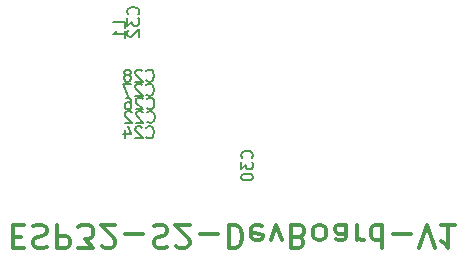
<source format=gbr>
%TF.GenerationSoftware,KiCad,Pcbnew,(5.1.6)-1*%
%TF.CreationDate,2022-06-17T10:55:32-05:00*%
%TF.ProjectId,ESP32-S2_Dev,45535033-322d-4533-925f-4465762e6b69,01*%
%TF.SameCoordinates,Original*%
%TF.FileFunction,Legend,Bot*%
%TF.FilePolarity,Positive*%
%FSLAX46Y46*%
G04 Gerber Fmt 4.6, Leading zero omitted, Abs format (unit mm)*
G04 Created by KiCad (PCBNEW (5.1.6)-1) date 2022-06-17 10:55:32*
%MOMM*%
%LPD*%
G01*
G04 APERTURE LIST*
%ADD10C,0.300000*%
%ADD11C,0.150000*%
G04 APERTURE END LIST*
D10*
X100713333Y-115712857D02*
X101380000Y-115712857D01*
X101665714Y-114665238D02*
X100713333Y-114665238D01*
X100713333Y-116665238D01*
X101665714Y-116665238D01*
X102427619Y-114760476D02*
X102713333Y-114665238D01*
X103189523Y-114665238D01*
X103380000Y-114760476D01*
X103475238Y-114855714D01*
X103570476Y-115046190D01*
X103570476Y-115236666D01*
X103475238Y-115427142D01*
X103380000Y-115522380D01*
X103189523Y-115617619D01*
X102808571Y-115712857D01*
X102618095Y-115808095D01*
X102522857Y-115903333D01*
X102427619Y-116093809D01*
X102427619Y-116284285D01*
X102522857Y-116474761D01*
X102618095Y-116570000D01*
X102808571Y-116665238D01*
X103284761Y-116665238D01*
X103570476Y-116570000D01*
X104427619Y-114665238D02*
X104427619Y-116665238D01*
X105189523Y-116665238D01*
X105379999Y-116570000D01*
X105475238Y-116474761D01*
X105570476Y-116284285D01*
X105570476Y-115998571D01*
X105475238Y-115808095D01*
X105379999Y-115712857D01*
X105189523Y-115617619D01*
X104427619Y-115617619D01*
X106237142Y-116665238D02*
X107475238Y-116665238D01*
X106808571Y-115903333D01*
X107094285Y-115903333D01*
X107284761Y-115808095D01*
X107379999Y-115712857D01*
X107475238Y-115522380D01*
X107475238Y-115046190D01*
X107379999Y-114855714D01*
X107284761Y-114760476D01*
X107094285Y-114665238D01*
X106522857Y-114665238D01*
X106332380Y-114760476D01*
X106237142Y-114855714D01*
X108237142Y-116474761D02*
X108332380Y-116570000D01*
X108522857Y-116665238D01*
X108999047Y-116665238D01*
X109189523Y-116570000D01*
X109284761Y-116474761D01*
X109379999Y-116284285D01*
X109379999Y-116093809D01*
X109284761Y-115808095D01*
X108141904Y-114665238D01*
X109379999Y-114665238D01*
X110237142Y-115427142D02*
X111760952Y-115427142D01*
X112618095Y-114760476D02*
X112903809Y-114665238D01*
X113379999Y-114665238D01*
X113570476Y-114760476D01*
X113665714Y-114855714D01*
X113760952Y-115046190D01*
X113760952Y-115236666D01*
X113665714Y-115427142D01*
X113570476Y-115522380D01*
X113379999Y-115617619D01*
X112999047Y-115712857D01*
X112808571Y-115808095D01*
X112713333Y-115903333D01*
X112618095Y-116093809D01*
X112618095Y-116284285D01*
X112713333Y-116474761D01*
X112808571Y-116570000D01*
X112999047Y-116665238D01*
X113475238Y-116665238D01*
X113760952Y-116570000D01*
X114522857Y-116474761D02*
X114618095Y-116570000D01*
X114808571Y-116665238D01*
X115284761Y-116665238D01*
X115475238Y-116570000D01*
X115570476Y-116474761D01*
X115665714Y-116284285D01*
X115665714Y-116093809D01*
X115570476Y-115808095D01*
X114427619Y-114665238D01*
X115665714Y-114665238D01*
X116522857Y-115427142D02*
X118046666Y-115427142D01*
X118999047Y-114665238D02*
X118999047Y-116665238D01*
X119475238Y-116665238D01*
X119760952Y-116570000D01*
X119951428Y-116379523D01*
X120046666Y-116189047D01*
X120141904Y-115808095D01*
X120141904Y-115522380D01*
X120046666Y-115141428D01*
X119951428Y-114950952D01*
X119760952Y-114760476D01*
X119475238Y-114665238D01*
X118999047Y-114665238D01*
X121760952Y-114760476D02*
X121570476Y-114665238D01*
X121189523Y-114665238D01*
X120999047Y-114760476D01*
X120903809Y-114950952D01*
X120903809Y-115712857D01*
X120999047Y-115903333D01*
X121189523Y-115998571D01*
X121570476Y-115998571D01*
X121760952Y-115903333D01*
X121856190Y-115712857D01*
X121856190Y-115522380D01*
X120903809Y-115331904D01*
X122522857Y-115998571D02*
X122999047Y-114665238D01*
X123475238Y-115998571D01*
X124903809Y-115712857D02*
X125189523Y-115617619D01*
X125284761Y-115522380D01*
X125379999Y-115331904D01*
X125379999Y-115046190D01*
X125284761Y-114855714D01*
X125189523Y-114760476D01*
X124999047Y-114665238D01*
X124237142Y-114665238D01*
X124237142Y-116665238D01*
X124903809Y-116665238D01*
X125094285Y-116570000D01*
X125189523Y-116474761D01*
X125284761Y-116284285D01*
X125284761Y-116093809D01*
X125189523Y-115903333D01*
X125094285Y-115808095D01*
X124903809Y-115712857D01*
X124237142Y-115712857D01*
X126522857Y-114665238D02*
X126332380Y-114760476D01*
X126237142Y-114855714D01*
X126141904Y-115046190D01*
X126141904Y-115617619D01*
X126237142Y-115808095D01*
X126332380Y-115903333D01*
X126522857Y-115998571D01*
X126808571Y-115998571D01*
X126999047Y-115903333D01*
X127094285Y-115808095D01*
X127189523Y-115617619D01*
X127189523Y-115046190D01*
X127094285Y-114855714D01*
X126999047Y-114760476D01*
X126808571Y-114665238D01*
X126522857Y-114665238D01*
X128903809Y-114665238D02*
X128903809Y-115712857D01*
X128808571Y-115903333D01*
X128618095Y-115998571D01*
X128237142Y-115998571D01*
X128046666Y-115903333D01*
X128903809Y-114760476D02*
X128713333Y-114665238D01*
X128237142Y-114665238D01*
X128046666Y-114760476D01*
X127951428Y-114950952D01*
X127951428Y-115141428D01*
X128046666Y-115331904D01*
X128237142Y-115427142D01*
X128713333Y-115427142D01*
X128903809Y-115522380D01*
X129856190Y-114665238D02*
X129856190Y-115998571D01*
X129856190Y-115617619D02*
X129951428Y-115808095D01*
X130046666Y-115903333D01*
X130237142Y-115998571D01*
X130427619Y-115998571D01*
X131951428Y-114665238D02*
X131951428Y-116665238D01*
X131951428Y-114760476D02*
X131760952Y-114665238D01*
X131379999Y-114665238D01*
X131189523Y-114760476D01*
X131094285Y-114855714D01*
X130999047Y-115046190D01*
X130999047Y-115617619D01*
X131094285Y-115808095D01*
X131189523Y-115903333D01*
X131379999Y-115998571D01*
X131760952Y-115998571D01*
X131951428Y-115903333D01*
X132903809Y-115427142D02*
X134427619Y-115427142D01*
X135094285Y-116665238D02*
X135760952Y-114665238D01*
X136427619Y-116665238D01*
X138141904Y-114665238D02*
X136999047Y-114665238D01*
X137570476Y-114665238D02*
X137570476Y-116665238D01*
X137380000Y-116379523D01*
X137189523Y-116189047D01*
X136999047Y-116093809D01*
%TO.C,C30*%
D11*
X120930942Y-109031942D02*
X120978561Y-108984323D01*
X121026180Y-108841466D01*
X121026180Y-108746228D01*
X120978561Y-108603371D01*
X120883323Y-108508133D01*
X120788085Y-108460514D01*
X120597609Y-108412895D01*
X120454752Y-108412895D01*
X120264276Y-108460514D01*
X120169038Y-108508133D01*
X120073800Y-108603371D01*
X120026180Y-108746228D01*
X120026180Y-108841466D01*
X120073800Y-108984323D01*
X120121419Y-109031942D01*
X120026180Y-109365276D02*
X120026180Y-109984323D01*
X120407133Y-109650990D01*
X120407133Y-109793847D01*
X120454752Y-109889085D01*
X120502371Y-109936704D01*
X120597609Y-109984323D01*
X120835704Y-109984323D01*
X120930942Y-109936704D01*
X120978561Y-109889085D01*
X121026180Y-109793847D01*
X121026180Y-109508133D01*
X120978561Y-109412895D01*
X120930942Y-109365276D01*
X120026180Y-110603371D02*
X120026180Y-110698609D01*
X120073800Y-110793847D01*
X120121419Y-110841466D01*
X120216657Y-110889085D01*
X120407133Y-110936704D01*
X120645228Y-110936704D01*
X120835704Y-110889085D01*
X120930942Y-110841466D01*
X120978561Y-110793847D01*
X121026180Y-110698609D01*
X121026180Y-110603371D01*
X120978561Y-110508133D01*
X120930942Y-110460514D01*
X120835704Y-110412895D01*
X120645228Y-110365276D01*
X120407133Y-110365276D01*
X120216657Y-110412895D01*
X120121419Y-110460514D01*
X120073800Y-110508133D01*
X120026180Y-110603371D01*
%TO.C,L1*%
X110205780Y-98004333D02*
X110205780Y-97528142D01*
X109205780Y-97528142D01*
X110205780Y-98861476D02*
X110205780Y-98290047D01*
X110205780Y-98575761D02*
X109205780Y-98575761D01*
X109348638Y-98480523D01*
X109443876Y-98385285D01*
X109491495Y-98290047D01*
%TO.C,C32*%
X111304342Y-96865342D02*
X111351961Y-96817723D01*
X111399580Y-96674866D01*
X111399580Y-96579628D01*
X111351961Y-96436771D01*
X111256723Y-96341533D01*
X111161485Y-96293914D01*
X110971009Y-96246295D01*
X110828152Y-96246295D01*
X110637676Y-96293914D01*
X110542438Y-96341533D01*
X110447200Y-96436771D01*
X110399580Y-96579628D01*
X110399580Y-96674866D01*
X110447200Y-96817723D01*
X110494819Y-96865342D01*
X110399580Y-97198676D02*
X110399580Y-97817723D01*
X110780533Y-97484390D01*
X110780533Y-97627247D01*
X110828152Y-97722485D01*
X110875771Y-97770104D01*
X110971009Y-97817723D01*
X111209104Y-97817723D01*
X111304342Y-97770104D01*
X111351961Y-97722485D01*
X111399580Y-97627247D01*
X111399580Y-97341533D01*
X111351961Y-97246295D01*
X111304342Y-97198676D01*
X110494819Y-98198676D02*
X110447200Y-98246295D01*
X110399580Y-98341533D01*
X110399580Y-98579628D01*
X110447200Y-98674866D01*
X110494819Y-98722485D01*
X110590057Y-98770104D01*
X110685295Y-98770104D01*
X110828152Y-98722485D01*
X111399580Y-98151057D01*
X111399580Y-98770104D01*
%TO.C,C28*%
X112021857Y-102465142D02*
X112069476Y-102512761D01*
X112212333Y-102560380D01*
X112307571Y-102560380D01*
X112450428Y-102512761D01*
X112545666Y-102417523D01*
X112593285Y-102322285D01*
X112640904Y-102131809D01*
X112640904Y-101988952D01*
X112593285Y-101798476D01*
X112545666Y-101703238D01*
X112450428Y-101608000D01*
X112307571Y-101560380D01*
X112212333Y-101560380D01*
X112069476Y-101608000D01*
X112021857Y-101655619D01*
X111640904Y-101655619D02*
X111593285Y-101608000D01*
X111498047Y-101560380D01*
X111259952Y-101560380D01*
X111164714Y-101608000D01*
X111117095Y-101655619D01*
X111069476Y-101750857D01*
X111069476Y-101846095D01*
X111117095Y-101988952D01*
X111688523Y-102560380D01*
X111069476Y-102560380D01*
X110498047Y-101988952D02*
X110593285Y-101941333D01*
X110640904Y-101893714D01*
X110688523Y-101798476D01*
X110688523Y-101750857D01*
X110640904Y-101655619D01*
X110593285Y-101608000D01*
X110498047Y-101560380D01*
X110307571Y-101560380D01*
X110212333Y-101608000D01*
X110164714Y-101655619D01*
X110117095Y-101750857D01*
X110117095Y-101798476D01*
X110164714Y-101893714D01*
X110212333Y-101941333D01*
X110307571Y-101988952D01*
X110498047Y-101988952D01*
X110593285Y-102036571D01*
X110640904Y-102084190D01*
X110688523Y-102179428D01*
X110688523Y-102369904D01*
X110640904Y-102465142D01*
X110593285Y-102512761D01*
X110498047Y-102560380D01*
X110307571Y-102560380D01*
X110212333Y-102512761D01*
X110164714Y-102465142D01*
X110117095Y-102369904D01*
X110117095Y-102179428D01*
X110164714Y-102084190D01*
X110212333Y-102036571D01*
X110307571Y-101988952D01*
%TO.C,C27*%
X112021857Y-103658942D02*
X112069476Y-103706561D01*
X112212333Y-103754180D01*
X112307571Y-103754180D01*
X112450428Y-103706561D01*
X112545666Y-103611323D01*
X112593285Y-103516085D01*
X112640904Y-103325609D01*
X112640904Y-103182752D01*
X112593285Y-102992276D01*
X112545666Y-102897038D01*
X112450428Y-102801800D01*
X112307571Y-102754180D01*
X112212333Y-102754180D01*
X112069476Y-102801800D01*
X112021857Y-102849419D01*
X111640904Y-102849419D02*
X111593285Y-102801800D01*
X111498047Y-102754180D01*
X111259952Y-102754180D01*
X111164714Y-102801800D01*
X111117095Y-102849419D01*
X111069476Y-102944657D01*
X111069476Y-103039895D01*
X111117095Y-103182752D01*
X111688523Y-103754180D01*
X111069476Y-103754180D01*
X110736142Y-102754180D02*
X110069476Y-102754180D01*
X110498047Y-103754180D01*
%TO.C,C26*%
X112072657Y-104827342D02*
X112120276Y-104874961D01*
X112263133Y-104922580D01*
X112358371Y-104922580D01*
X112501228Y-104874961D01*
X112596466Y-104779723D01*
X112644085Y-104684485D01*
X112691704Y-104494009D01*
X112691704Y-104351152D01*
X112644085Y-104160676D01*
X112596466Y-104065438D01*
X112501228Y-103970200D01*
X112358371Y-103922580D01*
X112263133Y-103922580D01*
X112120276Y-103970200D01*
X112072657Y-104017819D01*
X111691704Y-104017819D02*
X111644085Y-103970200D01*
X111548847Y-103922580D01*
X111310752Y-103922580D01*
X111215514Y-103970200D01*
X111167895Y-104017819D01*
X111120276Y-104113057D01*
X111120276Y-104208295D01*
X111167895Y-104351152D01*
X111739323Y-104922580D01*
X111120276Y-104922580D01*
X110263133Y-103922580D02*
X110453609Y-103922580D01*
X110548847Y-103970200D01*
X110596466Y-104017819D01*
X110691704Y-104160676D01*
X110739323Y-104351152D01*
X110739323Y-104732104D01*
X110691704Y-104827342D01*
X110644085Y-104874961D01*
X110548847Y-104922580D01*
X110358371Y-104922580D01*
X110263133Y-104874961D01*
X110215514Y-104827342D01*
X110167895Y-104732104D01*
X110167895Y-104494009D01*
X110215514Y-104398771D01*
X110263133Y-104351152D01*
X110358371Y-104303533D01*
X110548847Y-104303533D01*
X110644085Y-104351152D01*
X110691704Y-104398771D01*
X110739323Y-104494009D01*
%TO.C,C24*%
X112021857Y-107265742D02*
X112069476Y-107313361D01*
X112212333Y-107360980D01*
X112307571Y-107360980D01*
X112450428Y-107313361D01*
X112545666Y-107218123D01*
X112593285Y-107122885D01*
X112640904Y-106932409D01*
X112640904Y-106789552D01*
X112593285Y-106599076D01*
X112545666Y-106503838D01*
X112450428Y-106408600D01*
X112307571Y-106360980D01*
X112212333Y-106360980D01*
X112069476Y-106408600D01*
X112021857Y-106456219D01*
X111640904Y-106456219D02*
X111593285Y-106408600D01*
X111498047Y-106360980D01*
X111259952Y-106360980D01*
X111164714Y-106408600D01*
X111117095Y-106456219D01*
X111069476Y-106551457D01*
X111069476Y-106646695D01*
X111117095Y-106789552D01*
X111688523Y-107360980D01*
X111069476Y-107360980D01*
X110212333Y-106694314D02*
X110212333Y-107360980D01*
X110450428Y-106313361D02*
X110688523Y-107027647D01*
X110069476Y-107027647D01*
%TO.C,C22*%
X112098057Y-105970342D02*
X112145676Y-106017961D01*
X112288533Y-106065580D01*
X112383771Y-106065580D01*
X112526628Y-106017961D01*
X112621866Y-105922723D01*
X112669485Y-105827485D01*
X112717104Y-105637009D01*
X112717104Y-105494152D01*
X112669485Y-105303676D01*
X112621866Y-105208438D01*
X112526628Y-105113200D01*
X112383771Y-105065580D01*
X112288533Y-105065580D01*
X112145676Y-105113200D01*
X112098057Y-105160819D01*
X111717104Y-105160819D02*
X111669485Y-105113200D01*
X111574247Y-105065580D01*
X111336152Y-105065580D01*
X111240914Y-105113200D01*
X111193295Y-105160819D01*
X111145676Y-105256057D01*
X111145676Y-105351295D01*
X111193295Y-105494152D01*
X111764723Y-106065580D01*
X111145676Y-106065580D01*
X110764723Y-105160819D02*
X110717104Y-105113200D01*
X110621866Y-105065580D01*
X110383771Y-105065580D01*
X110288533Y-105113200D01*
X110240914Y-105160819D01*
X110193295Y-105256057D01*
X110193295Y-105351295D01*
X110240914Y-105494152D01*
X110812342Y-106065580D01*
X110193295Y-106065580D01*
%TD*%
M02*

</source>
